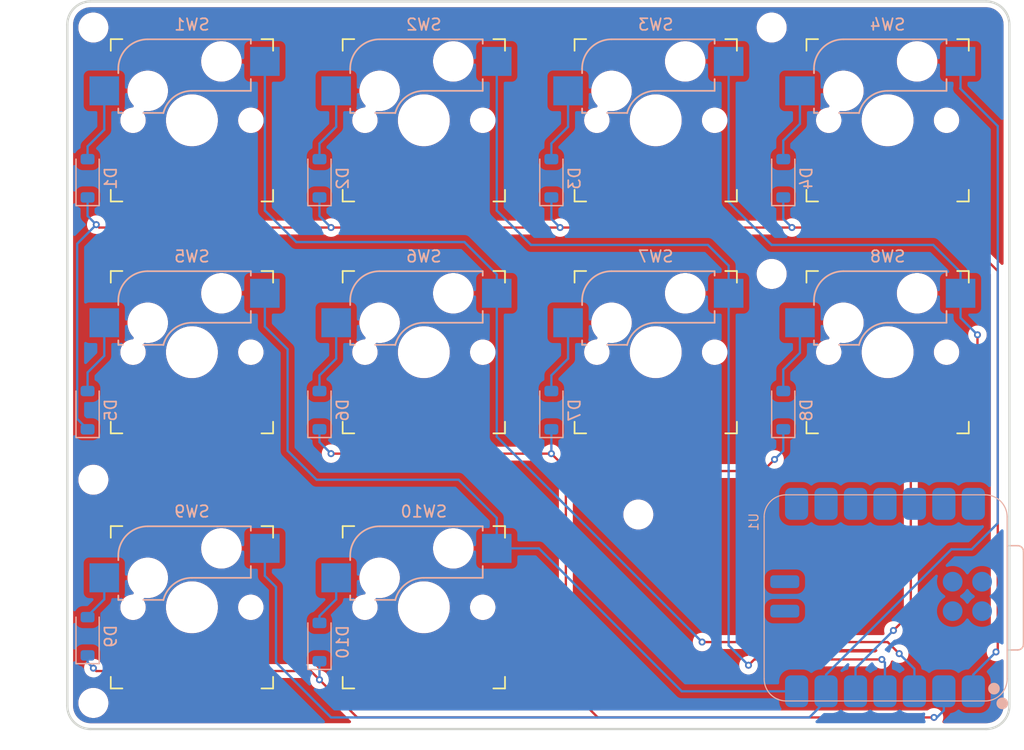
<source format=kicad_pcb>
(kicad_pcb (version 20241229) (generator "pcbnew") (generator_version "9.0")
  (layers (0 "F.Cu" signal) (2 "B.Cu" signal) (13 "F.Paste" user) (15 "B.Paste" user) (5 "F.SilkS" user "F.Silkscreen") (7 "B.SilkS" user "B.Silkscreen") (1 "F.Mask" user) (3 "B.Mask" user) (25 "Edge.Cuts" user))
  (net 0 "")
  (net 1 "Net-(D1-A)")
  (net 2 "ROW_1")
  (net 3 "Net-(D2-A)")
  (net 4 "Net-(D3-A)")
  (net 5 "Net-(D4-A)")
  (net 6 "Net-(D5-A)")
  (net 7 "COL_1")
  (net 8 "Net-(D6-A)")
  (net 9 "Net-(D7-A)")
  (net 10 "Net-(D8-A)")
  (net 11 "Net-(D9-A)")
  (net 12 "Net-(D10-A)")
  (net 20 "GND")
  (net 26 "ROW_2")
  (net 27 "COL_2")
  (net 28 "COL_3")
  (net 29 "COL_4")
  (net 30 "COL_5")
  (footprint "footprints:Kailh_socket_MX" (layer "F.Cu") (at 80 30)
    (property "Reference" "SW1" (at 0 -8.255 0) (layer "B.SilkS") (effects (justify mirror)))
    (property "Value" "SW_Push")
    (fp_line (start -7 -6) (end -7 -7) (stroke (width 0.15)) (layer "F.SilkS"))
    (fp_line (start -7 7) (end -7 6) (stroke (width 0.15)) (layer "F.SilkS"))
    (fp_line (start -7 7) (end -6 7) (stroke (width 0.15)) (layer "F.SilkS"))
    (fp_line (start -6 -7) (end -7 -7) (stroke (width 0.15)) (layer "F.SilkS"))
    (fp_line (start 6 7) (end 7 7) (stroke (width 0.15)) (layer "F.SilkS"))
    (fp_line (start 7 -7) (end 6 -7) (stroke (width 0.15)) (layer "F.SilkS"))
    (fp_line (start 7 -7) (end 7 -6) (stroke (width 0.15)) (layer "F.SilkS"))
    (fp_line (start 7 6) (end 7 7) (stroke (width 0.15)) (layer "F.SilkS"))
    (fp_line (start -6.35 -4.445) (end -6.35 -4.064) (stroke (width 0.15)) (layer "B.SilkS"))
    (fp_line (start -6.35 -1.016) (end -6.35 -0.635) (stroke (width 0.15)) (layer "B.SilkS"))
    (fp_line (start -5.969 -0.635) (end -6.35 -0.635) (stroke (width 0.15)) (layer "B.SilkS"))
    (fp_line (start -3.81 -6.985) (end 5.08 -6.985) (stroke (width 0.15)) (layer "B.SilkS"))
    (fp_line (start -2.464162 -0.635) (end -4.191 -0.635) (stroke (width 0.15)) (layer "B.SilkS"))
    (fp_line (start 5.08 -6.985) (end 5.08 -6.604) (stroke (width 0.15)) (layer "B.SilkS"))
    (fp_line (start 5.08 -3.556) (end 5.08 -2.54) (stroke (width 0.15)) (layer "B.SilkS"))
    (fp_line (start 5.08 -2.54) (end 0 -2.54) (stroke (width 0.15)) (layer "B.SilkS"))
    (fp_arc (start -6.35 -4.445) (mid -5.606051 -6.241051) (end -3.81 -6.985) (stroke (width 0.15)) (layer "B.SilkS"))
    (fp_arc (start -2.464162 -0.61604) (mid -1.563147 -2.002042) (end 0 -2.54) (stroke (width 0.15)) (layer "B.SilkS"))
    (pad "" np_thru_hole circle (at -5.08 0) (size 1.7018 1.7018) (drill 1.7018) (layers "*.Cu" "*.Mask"))
    (pad "" np_thru_hole circle (at -3.81 -2.54) (size 3 3) (drill 3) (layers "*.Cu" "*.Mask"))
    (pad "" np_thru_hole circle (at 0 0) (size 3.9878 3.9878) (drill 3.9878) (layers "*.Cu" "*.Mask"))
    (pad "" np_thru_hole circle (at 2.54 -5.08) (size 3 3) (drill 3) (layers "*.Cu" "*.Mask"))
    (pad "" np_thru_hole circle (at 5.08 0) (size 1.7018 1.7018) (drill 1.7018) (layers "*.Cu" "*.Mask"))
    (pad "1" smd rect (at 6.29 -5.08) (size 2.55 2.5) (layers "B.Cu" "B.Mask" "B.Paste") (net 7 "COL_1"))
    (pad "2" smd rect (at -7.56 -2.54) (size 2.55 2.5) (layers "B.Cu" "B.Mask" "B.Paste") (net 1 "Net-(D1-A)"))
  )
  (footprint "MountingHole:MountingHole_2.1mm" (layer "F.Cu") (at 71.5 22)
    (property "Reference" "REF**" (hide yes))
    (property "Value" "MountingHole_2.1mm")
    (pad "" np_thru_hole circle (at 0 0) (size 2.1 2.1) (drill 2.1) (layers "*.Cu" "*.Mask"))
  )
  (footprint "footprints:Kailh_socket_MX" (layer "F.Cu") (at 80 50)
    (property "Reference" "SW5" (at 0 -8.255 0) (layer "B.SilkS") (effects (justify mirror)))
    (property "Value" "SW_Push")
    (fp_line (start -7 -6) (end -7 -7) (stroke (width 0.15)) (layer "F.SilkS"))
    (fp_line (start -7 7) (end -7 6) (stroke (width 0.15)) (layer "F.SilkS"))
    (fp_line (start -7 7) (end -6 7) (stroke (width 0.15)) (layer "F.SilkS"))
    (fp_line (start -6 -7) (end -7 -7) (stroke (width 0.15)) (layer "F.SilkS"))
    (fp_line (start 6 7) (end 7 7) (stroke (width 0.15)) (layer "F.SilkS"))
    (fp_line (start 7 -7) (end 6 -7) (stroke (width 0.15)) (layer "F.SilkS"))
    (fp_line (start 7 -7) (end 7 -6) (stroke (width 0.15)) (layer "F.SilkS"))
    (fp_line (start 7 6) (end 7 7) (stroke (width 0.15)) (layer "F.SilkS"))
    (fp_line (start -6.35 -4.445) (end -6.35 -4.064) (stroke (width 0.15)) (layer "B.SilkS"))
    (fp_line (start -6.35 -1.016) (end -6.35 -0.635) (stroke (width 0.15)) (layer "B.SilkS"))
    (fp_line (start -5.969 -0.635) (end -6.35 -0.635) (stroke (width 0.15)) (layer "B.SilkS"))
    (fp_line (start -3.81 -6.985) (end 5.08 -6.985) (stroke (width 0.15)) (layer "B.SilkS"))
    (fp_line (start -2.464162 -0.635) (end -4.191 -0.635) (stroke (width 0.15)) (layer "B.SilkS"))
    (fp_line (start 5.08 -6.985) (end 5.08 -6.604) (stroke (width 0.15)) (layer "B.SilkS"))
    (fp_line (start 5.08 -3.556) (end 5.08 -2.54) (stroke (width 0.15)) (layer "B.SilkS"))
    (fp_line (start 5.08 -2.54) (end 0 -2.54) (stroke (width 0.15)) (layer "B.SilkS"))
    (fp_arc (start -6.35 -4.445) (mid -5.606051 -6.241051) (end -3.81 -6.985) (stroke (width 0.15)) (layer "B.SilkS"))
    (fp_arc (start -2.464162 -0.61604) (mid -1.563147 -2.002042) (end 0 -2.54) (stroke (width 0.15)) (layer "B.SilkS"))
    (pad "" np_thru_hole circle (at -5.08 0) (size 1.7018 1.7018) (drill 1.7018) (layers "*.Cu" "*.Mask"))
    (pad "" np_thru_hole circle (at -3.81 -2.54) (size 3 3) (drill 3) (layers "*.Cu" "*.Mask"))
    (pad "" np_thru_hole circle (at 0 0) (size 3.9878 3.9878) (drill 3.9878) (layers "*.Cu" "*.Mask"))
    (pad "" np_thru_hole circle (at 2.54 -5.08) (size 3 3) (drill 3) (layers "*.Cu" "*.Mask"))
    (pad "" np_thru_hole circle (at 5.08 0) (size 1.7018 1.7018) (drill 1.7018) (layers "*.Cu" "*.Mask"))
    (pad "1" smd rect (at 6.29 -5.08) (size 2.55 2.5) (layers "B.Cu" "B.Mask" "B.Paste") (net 30 "COL_5"))
    (pad "2" smd rect (at -7.56 -2.54) (size 2.55 2.5) (layers "B.Cu" "B.Mask" "B.Paste") (net 6 "Net-(D5-A)"))
  )
  (footprint "footprints:Kailh_socket_MX" (layer "F.Cu") (at 100 30)
    (property "Reference" "SW2" (at 0 -8.255 0) (layer "B.SilkS") (effects (justify mirror)))
    (property "Value" "SW_Push")
    (fp_line (start -7 -6) (end -7 -7) (stroke (width 0.15)) (layer "F.SilkS"))
    (fp_line (start -7 7) (end -7 6) (stroke (width 0.15)) (layer "F.SilkS"))
    (fp_line (start -7 7) (end -6 7) (stroke (width 0.15)) (layer "F.SilkS"))
    (fp_line (start -6 -7) (end -7 -7) (stroke (width 0.15)) (layer "F.SilkS"))
    (fp_line (start 6 7) (end 7 7) (stroke (width 0.15)) (layer "F.SilkS"))
    (fp_line (start 7 -7) (end 6 -7) (stroke (width 0.15)) (layer "F.SilkS"))
    (fp_line (start 7 -7) (end 7 -6) (stroke (width 0.15)) (layer "F.SilkS"))
    (fp_line (start 7 6) (end 7 7) (stroke (width 0.15)) (layer "F.SilkS"))
    (fp_line (start -6.35 -4.445) (end -6.35 -4.064) (stroke (width 0.15)) (layer "B.SilkS"))
    (fp_line (start -6.35 -1.016) (end -6.35 -0.635) (stroke (width 0.15)) (layer "B.SilkS"))
    (fp_line (start -5.969 -0.635) (end -6.35 -0.635) (stroke (width 0.15)) (layer "B.SilkS"))
    (fp_line (start -3.81 -6.985) (end 5.08 -6.985) (stroke (width 0.15)) (layer "B.SilkS"))
    (fp_line (start -2.464162 -0.635) (end -4.191 -0.635) (stroke (width 0.15)) (layer "B.SilkS"))
    (fp_line (start 5.08 -6.985) (end 5.08 -6.604) (stroke (width 0.15)) (layer "B.SilkS"))
    (fp_line (start 5.08 -3.556) (end 5.08 -2.54) (stroke (width 0.15)) (layer "B.SilkS"))
    (fp_line (start 5.08 -2.54) (end 0 -2.54) (stroke (width 0.15)) (layer "B.SilkS"))
    (fp_arc (start -6.35 -4.445) (mid -5.606051 -6.241051) (end -3.81 -6.985) (stroke (width 0.15)) (layer "B.SilkS"))
    (fp_arc (start -2.464162 -0.61604) (mid -1.563147 -2.002042) (end 0 -2.54) (stroke (width 0.15)) (layer "B.SilkS"))
    (pad "" np_thru_hole circle (at -5.08 0) (size 1.7018 1.7018) (drill 1.7018) (layers "*.Cu" "*.Mask"))
    (pad "" np_thru_hole circle (at -3.81 -2.54) (size 3 3) (drill 3) (layers "*.Cu" "*.Mask"))
    (pad "" np_thru_hole circle (at 0 0) (size 3.9878 3.9878) (drill 3.9878) (layers "*.Cu" "*.Mask"))
    (pad "" np_thru_hole circle (at 2.54 -5.08) (size 3 3) (drill 3) (layers "*.Cu" "*.Mask"))
    (pad "" np_thru_hole circle (at 5.08 0) (size 1.7018 1.7018) (drill 1.7018) (layers "*.Cu" "*.Mask"))
    (pad "1" smd rect (at 6.29 -5.08) (size 2.55 2.5) (layers "B.Cu" "B.Mask" "B.Paste") (net 27 "COL_2"))
    (pad "2" smd rect (at -7.56 -2.54) (size 2.55 2.5) (layers "B.Cu" "B.Mask" "B.Paste") (net 3 "Net-(D2-A)"))
  )
  (footprint "footprints:Kailh_socket_MX" (layer "F.Cu") (at 100 50)
    (property "Reference" "SW6" (at 0 -8.255 0) (layer "B.SilkS") (effects (justify mirror)))
    (property "Value" "SW_Push")
    (fp_line (start -7 -6) (end -7 -7) (stroke (width 0.15)) (layer "F.SilkS"))
    (fp_line (start -7 7) (end -7 6) (stroke (width 0.15)) (layer "F.SilkS"))
    (fp_line (start -7 7) (end -6 7) (stroke (width 0.15)) (layer "F.SilkS"))
    (fp_line (start -6 -7) (end -7 -7) (stroke (width 0.15)) (layer "F.SilkS"))
    (fp_line (start 6 7) (end 7 7) (stroke (width 0.15)) (layer "F.SilkS"))
    (fp_line (start 7 -7) (end 6 -7) (stroke (width 0.15)) (layer "F.SilkS"))
    (fp_line (start 7 -7) (end 7 -6) (stroke (width 0.15)) (layer "F.SilkS"))
    (fp_line (start 7 6) (end 7 7) (stroke (width 0.15)) (layer "F.SilkS"))
    (fp_line (start -6.35 -4.445) (end -6.35 -4.064) (stroke (width 0.15)) (layer "B.SilkS"))
    (fp_line (start -6.35 -1.016) (end -6.35 -0.635) (stroke (width 0.15)) (layer "B.SilkS"))
    (fp_line (start -5.969 -0.635) (end -6.35 -0.635) (stroke (width 0.15)) (layer "B.SilkS"))
    (fp_line (start -3.81 -6.985) (end 5.08 -6.985) (stroke (width 0.15)) (layer "B.SilkS"))
    (fp_line (start -2.464162 -0.635) (end -4.191 -0.635) (stroke (width 0.15)) (layer "B.SilkS"))
    (fp_line (start 5.08 -6.985) (end 5.08 -6.604) (stroke (width 0.15)) (layer "B.SilkS"))
    (fp_line (start 5.08 -3.556) (end 5.08 -2.54) (stroke (width 0.15)) (layer "B.SilkS"))
    (fp_line (start 5.08 -2.54) (end 0 -2.54) (stroke (width 0.15)) (layer "B.SilkS"))
    (fp_arc (start -6.35 -4.445) (mid -5.606051 -6.241051) (end -3.81 -6.985) (stroke (width 0.15)) (layer "B.SilkS"))
    (fp_arc (start -2.464162 -0.61604) (mid -1.563147 -2.002042) (end 0 -2.54) (stroke (width 0.15)) (layer "B.SilkS"))
    (pad "" np_thru_hole circle (at -5.08 0) (size 1.7018 1.7018) (drill 1.7018) (layers "*.Cu" "*.Mask"))
    (pad "" np_thru_hole circle (at -3.81 -2.54) (size 3 3) (drill 3) (layers "*.Cu" "*.Mask"))
    (pad "" np_thru_hole circle (at 0 0) (size 3.9878 3.9878) (drill 3.9878) (layers "*.Cu" "*.Mask"))
    (pad "" np_thru_hole circle (at 2.54 -5.08) (size 3 3) (drill 3) (layers "*.Cu" "*.Mask"))
    (pad "" np_thru_hole circle (at 5.08 0) (size 1.7018 1.7018) (drill 1.7018) (layers "*.Cu" "*.Mask"))
    (pad "1" smd rect (at 6.29 -5.08) (size 2.55 2.5) (layers "B.Cu" "B.Mask" "B.Paste") (net 7 "COL_1"))
    (pad "2" smd rect (at -7.56 -2.54) (size 2.55 2.5) (layers "B.Cu" "B.Mask" "B.Paste") (net 8 "Net-(D6-A)"))
  )
  (footprint "MountingHole:MountingHole_2.1mm" (layer "F.Cu") (at 130 43.25)
    (property "Reference" "REF**" (hide yes))
    (property "Value" "MountingHole_2.1mm")
    (pad "" np_thru_hole circle (at 0 0) (size 2.1 2.1) (drill 2.1) (layers "*.Cu" "*.Mask"))
  )
  (footprint "MountingHole:MountingHole_2.1mm" (layer "F.Cu") (at 71.5 61)
    (property "Reference" "REF**" (hide yes))
    (property "Value" "MountingHole_2.1mm")
    (pad "" np_thru_hole circle (at 0 0) (size 2.1 2.1) (drill 2.1) (layers "*.Cu" "*.Mask"))
  )
  (footprint "footprints:Kailh_socket_MX" (layer "F.Cu") (at 140 30)
    (property "Reference" "SW4" (at 0 -8.255 0) (layer "B.SilkS") (effects (justify mirror)))
    (property "Value" "SW_Push")
    (fp_line (start -7 -6) (end -7 -7) (stroke (width 0.15)) (layer "F.SilkS"))
    (fp_line (start -7 7) (end -7 6) (stroke (width 0.15)) (layer "F.SilkS"))
    (fp_line (start -7 7) (end -6 7) (stroke (width 0.15)) (layer "F.SilkS"))
    (fp_line (start -6 -7) (end -7 -7) (stroke (width 0.15)) (layer "F.SilkS"))
    (fp_line (start 6 7) (end 7 7) (stroke (width 0.15)) (layer "F.SilkS"))
    (fp_line (start 7 -7) (end 6 -7) (stroke (width 0.15)) (layer "F.SilkS"))
    (fp_line (start 7 -7) (end 7 -6) (stroke (width 0.15)) (layer "F.SilkS"))
    (fp_line (start 7 6) (end 7 7) (stroke (width 0.15)) (layer "F.SilkS"))
    (fp_line (start -6.35 -4.445) (end -6.35 -4.064) (stroke (width 0.15)) (layer "B.SilkS"))
    (fp_line (start -6.35 -1.016) (end -6.35 -0.635) (stroke (width 0.15)) (layer "B.SilkS"))
    (fp_line (start -5.969 -0.635) (end -6.35 -0.635) (stroke (width 0.15)) (layer "B.SilkS"))
    (fp_line (start -3.81 -6.985) (end 5.08 -6.985) (stroke (width 0.15)) (layer "B.SilkS"))
    (fp_line (start -2.464162 -0.635) (end -4.191 -0.635) (stroke (width 0.15)) (layer "B.SilkS"))
    (fp_line (start 5.08 -6.985) (end 5.08 -6.604) (stroke (width 0.15)) (layer "B.SilkS"))
    (fp_line (start 5.08 -3.556) (end 5.08 -2.54) (stroke (width 0.15)) (layer "B.SilkS"))
    (fp_line (start 5.08 -2.54) (end 0 -2.54) (stroke (width 0.15)) (layer "B.SilkS"))
    (fp_arc (start -6.35 -4.445) (mid -5.606051 -6.241051) (end -3.81 -6.985) (stroke (width 0.15)) (layer "B.SilkS"))
    (fp_arc (start -2.464162 -0.61604) (mid -1.563147 -2.002042) (end 0 -2.54) (stroke (width 0.15)) (layer "B.SilkS"))
    (pad "" np_thru_hole circle (at -5.08 0) (size 1.7018 1.7018) (drill 1.7018) (layers "*.Cu" "*.Mask"))
    (pad "" np_thru_hole circle (at -3.81 -2.54) (size 3 3) (drill 3) (layers "*.Cu" "*.Mask"))
    (pad "" np_thru_hole circle (at 0 0) (size 3.9878 3.9878) (drill 3.9878) (layers "*.Cu" "*.Mask"))
    (pad "" np_thru_hole circle (at 2.54 -5.08) (size 3 3) (drill 3) (layers "*.Cu" "*.Mask"))
    (pad "" np_thru_hole circle (at 5.08 0) (size 1.7018 1.7018) (drill 1.7018) (layers "*.Cu" "*.Mask"))
    (pad "1" smd rect (at 6.29 -5.08) (size 2.55 2.5) (layers "B.Cu" "B.Mask" "B.Paste") (net 29 "COL_4"))
    (pad "2" smd rect (at -7.56 -2.54) (size 2.55 2.5) (layers "B.Cu" "B.Mask" "B.Paste") (net 5 "Net-(D4-A)"))
  )
  (footprint "footprints:Kailh_socket_MX" (layer "F.Cu") (at 120 30)
    (property "Reference" "SW3" (at 0 -8.255 0) (layer "B.SilkS") (effects (justify mirror)))
    (property "Value" "SW_Push")
    (fp_line (start -7 -6) (end -7 -7) (stroke (width 0.15)) (layer "F.SilkS"))
    (fp_line (start -7 7) (end -7 6) (stroke (width 0.15)) (layer "F.SilkS"))
    (fp_line (start -7 7) (end -6 7) (stroke (width 0.15)) (layer "F.SilkS"))
    (fp_line (start -6 -7) (end -7 -7) (stroke (width 0.15)) (layer "F.SilkS"))
    (fp_line (start 6 7) (end 7 7) (stroke (width 0.15)) (layer "F.SilkS"))
    (fp_line (start 7 -7) (end 6 -7) (stroke (width 0.15)) (layer "F.SilkS"))
    (fp_line (start 7 -7) (end 7 -6) (stroke (width 0.15)) (layer "F.SilkS"))
    (fp_line (start 7 6) (end 7 7) (stroke (width 0.15)) (layer "F.SilkS"))
    (fp_line (start -6.35 -4.445) (end -6.35 -4.064) (stroke (width 0.15)) (layer "B.SilkS"))
    (fp_line (start -6.35 -1.016) (end -6.35 -0.635) (stroke (width 0.15)) (layer "B.SilkS"))
    (fp_line (start -5.969 -0.635) (end -6.35 -0.635) (stroke (width 0.15)) (layer "B.SilkS"))
    (fp_line (start -3.81 -6.985) (end 5.08 -6.985) (stroke (width 0.15)) (layer "B.SilkS"))
    (fp_line (start -2.464162 -0.635) (end -4.191 -0.635) (stroke (width 0.15)) (layer "B.SilkS"))
    (fp_line (start 5.08 -6.985) (end 5.08 -6.604) (stroke (width 0.15)) (layer "B.SilkS"))
    (fp_line (start 5.08 -3.556) (end 5.08 -2.54) (stroke (width 0.15)) (layer "B.SilkS"))
    (fp_line (start 5.08 -2.54) (end 0 -2.54) (stroke (width 0.15)) (layer "B.SilkS"))
    (fp_arc (start -6.35 -4.445) (mid -5.606051 -6.241051) (end -3.81 -6.985) (stroke (width 0.15)) (layer "B.SilkS"))
    (fp_arc (start -2.464162 -0.61604) (mid -1.563147 -2.002042) (end 0 -2.54) (stroke (width 0.15)) (layer "B.SilkS"))
    (pad "" np_thru_hole circle (at -5.08 0) (size 1.7018 1.7018) (drill 1.7018) (layers "*.Cu" "*.Mask"))
    (pad "" np_thru_hole circle (at -3.81 -2.54) (size 3 3) (drill 3) (layers "*.Cu" "*.Mask"))
    (pad "" np_thru_hole circle (at 0 0) (size 3.9878 3.9878) (drill 3.9878) (layers "*.Cu" "*.Mask"))
    (pad "" np_thru_hole circle (at 2.54 -5.08) (size 3 3) (drill 3) (layers "*.Cu" "*.Mask"))
    (pad "" np_thru_hole circle (at 5.08 0) (size 1.7018 1.7018) (drill 1.7018) (layers "*.Cu" "*.Mask"))
    (pad "1" smd rect (at 6.29 -5.08) (size 2.55 2.5) (layers "B.Cu" "B.Mask" "B.Paste") (net 28 "COL_3"))
    (pad "2" smd rect (at -7.56 -2.54) (size 2.55 2.5) (layers "B.Cu" "B.Mask" "B.Paste") (net 4 "Net-(D3-A)"))
  )
  (footprint "footprints:Kailh_socket_MX" (layer "F.Cu") (at 80 72)
    (property "Reference" "SW9" (at 0 -8.255 0) (layer "B.SilkS") (effects (justify mirror)))
    (property "Value" "SW_Push")
    (fp_line (start -7 -6) (end -7 -7) (stroke (width 0.15)) (layer "F.SilkS"))
    (fp_line (start -7 7) (end -7 6) (stroke (width 0.15)) (layer "F.SilkS"))
    (fp_line (start -7 7) (end -6 7) (stroke (width 0.15)) (layer "F.SilkS"))
    (fp_line (start -6 -7) (end -7 -7) (stroke (width 0.15)) (layer "F.SilkS"))
    (fp_line (start 6 7) (end 7 7) (stroke (width 0.15)) (layer "F.SilkS"))
    (fp_line (start 7 -7) (end 6 -7) (stroke (width 0.15)) (layer "F.SilkS"))
    (fp_line (start 7 -7) (end 7 -6) (stroke (width 0.15)) (layer "F.SilkS"))
    (fp_line (start 7 6) (end 7 7) (stroke (width 0.15)) (layer "F.SilkS"))
    (fp_line (start -6.35 -4.445) (end -6.35 -4.064) (stroke (width 0.15)) (layer "B.SilkS"))
    (fp_line (start -6.35 -1.016) (end -6.35 -0.635) (stroke (width 0.15)) (layer "B.SilkS"))
    (fp_line (start -5.969 -0.635) (end -6.35 -0.635) (stroke (width 0.15)) (layer "B.SilkS"))
    (fp_line (start -3.81 -6.985) (end 5.08 -6.985) (stroke (width 0.15)) (layer "B.SilkS"))
    (fp_line (start -2.464162 -0.635) (end -4.191 -0.635) (stroke (width 0.15)) (layer "B.SilkS"))
    (fp_line (start 5.08 -6.985) (end 5.08 -6.604) (stroke (width 0.15)) (layer "B.SilkS"))
    (fp_line (start 5.08 -3.556) (end 5.08 -2.54) (stroke (width 0.15)) (layer "B.SilkS"))
    (fp_line (start 5.08 -2.54) (end 0 -2.54) (stroke (width 0.15)) (layer "B.SilkS"))
    (fp_arc (start -6.35 -4.445) (mid -5.606051 -6.241051) (end -3.81 -6.985) (stroke (width 0.15)) (layer "B.SilkS"))
    (fp_arc (start -2.464162 -0.61604) (mid -1.563147 -2.002042) (end 0 -2.54) (stroke (width 0.15)) (layer "B.SilkS"))
    (pad "" np_thru_hole circle (at -5.08 0) (size 1.7018 1.7018) (drill 1.7018) (layers "*.Cu" "*.Mask"))
    (pad "" np_thru_hole circle (at -3.81 -2.54) (size 3 3) (drill 3) (layers "*.Cu" "*.Mask"))
    (pad "" np_thru_hole circle (at 0 0) (size 3.9878 3.9878) (drill 3.9878) (layers "*.Cu" "*.Mask"))
    (pad "" np_thru_hole circle (at 2.54 -5.08) (size 3 3) (drill 3) (layers "*.Cu" "*.Mask"))
    (pad "" np_thru_hole circle (at 5.08 0) (size 1.7018 1.7018) (drill 1.7018) (layers "*.Cu" "*.Mask"))
    (pad "1" smd rect (at 6.29 -5.08) (size 2.55 2.5) (layers "B.Cu" "B.Mask" "B.Paste") (net 29 "COL_4"))
    (pad "2" smd rect (at -7.56 -2.54) (size 2.55 2.5) (layers "B.Cu" "B.Mask" "B.Paste") (net 11 "Net-(D9-A)"))
  )
  (footprint "MountingHole:MountingHole_2.1mm" (layer "F.Cu") (at 118.5 64)
    (property "Reference" "REF**" (hide yes))
    (property "Value" "MountingHole_2.1mm")
    (pad "" np_thru_hole circle (at 0 0) (size 2.1 2.1) (drill 2.1) (layers "*.Cu" "*.Mask"))
  )
  (footprint "MountingHole:MountingHole_2.1mm" (layer "F.Cu") (at 130 22)
    (property "Reference" "REF**" (hide yes))
    (property "Value" "MountingHole_2.1mm")
    (pad "" np_thru_hole circle (at 0 0) (size 2.1 2.1) (drill 2.1) (layers "*.Cu" "*.Mask"))
  )
  (footprint "MountingHole:MountingHole_2.1mm" (layer "F.Cu") (at 71.5 80.25)
    (property "Reference" "REF**" (hide yes))
    (property "Value" "MountingHole_2.1mm")
    (pad "" np_thru_hole circle (at 0 0) (size 2.1 2.1) (drill 2.1) (layers "*.Cu" "*.Mask"))
  )
  (footprint "footprints:Kailh_socket_MX" (layer "F.Cu") (at 140 50)
    (property "Reference" "SW8" (at 0 -8.255 0) (layer "B.SilkS") (effects (justify mirror)))
    (property "Value" "SW_Push")
    (fp_line (start -7 -6) (end -7 -7) (stroke (width 0.15)) (layer "F.SilkS"))
    (fp_line (start -7 7) (end -7 6) (stroke (width 0.15)) (layer "F.SilkS"))
    (fp_line (start -7 7) (end -6 7) (stroke (width 0.15)) (layer "F.SilkS"))
    (fp_line (start -6 -7) (end -7 -7) (stroke (width 0.15)) (layer "F.SilkS"))
    (fp_line (start 6 7) (end 7 7) (stroke (width 0.15)) (layer "F.SilkS"))
    (fp_line (start 7 -7) (end 6 -7) (stroke (width 0.15)) (layer "F.SilkS"))
    (fp_line (start 7 -7) (end 7 -6) (stroke (width 0.15)) (layer "F.SilkS"))
    (fp_line (start 7 6) (end 7 7) (stroke (width 0.15)) (layer "F.SilkS"))
    (fp_line (start -6.35 -4.445) (end -6.35 -4.064) (stroke (width 0.15)) (layer "B.SilkS"))
    (fp_line (start -6.35 -1.016) (end -6.35 -0.635) (stroke (width 0.15)) (layer "B.SilkS"))
    (fp_line (start -5.969 -0.635) (end -6.35 -0.635) (stroke (width 0.15)) (layer "B.SilkS"))
    (fp_line (start -3.81 -6.985) (end 5.08 -6.985) (stroke (width 0.15)) (layer "B.SilkS"))
    (fp_line (start -2.464162 -0.635) (end -4.191 -0.635) (stroke (width 0.15)) (layer "B.SilkS"))
    (fp_line (start 5.08 -6.985) (end 5.08 -6.604) (stroke (width 0.15)) (layer "B.SilkS"))
    (fp_line (start 5.08 -3.556) (end 5.08 -2.54) (stroke (width 0.15)) (layer "B.SilkS"))
    (fp_line (start 5.08 -2.54) (end 0 -2.54) (stroke (width 0.15)) (layer "B.SilkS"))
    (fp_arc (start -6.35 -4.445) (mid -5.606051 -6.241051) (end -3.81 -6.985) (stroke (width 0.15)) (layer "B.SilkS"))
    (fp_arc (start -2.464162 -0.61604) (mid -1.563147 -2.002042) (end 0 -2.54) (stroke (width 0.15)) (layer "B.SilkS"))
    (pad "" np_thru_hole circle (at -5.08 0) (size 1.7018 1.7018) (drill 1.7018) (layers "*.Cu" "*.Mask"))
    (pad "" np_thru_hole circle (at -3.81 -2.54) (size 3 3) (drill 3) (layers "*.Cu" "*.Mask"))
    (pad "" np_thru_hole circle (at 0 0) (size 3.9878 3.9878) (drill 3.9878) (layers "*.Cu" "*.Mask"))
    (pad "" np_thru_hole circle (at 2.54 -5.08) (size 3 3) (drill 3) (layers "*.Cu" "*.Mask"))
    (pad "" np_thru_hole circle (at 5.08 0) (size 1.7018 1.7018) (drill 1.7018) (layers "*.Cu" "*.Mask"))
    (pad "1" smd rect (at 6.29 -5.08) (size 2.55 2.5) (layers "B.Cu" "B.Mask" "B.Paste") (net 28 "COL_3"))
    (pad "2" smd rect (at -7.56 -2.54) (size 2.55 2.5) (layers "B.Cu" "B.Mask" "B.Paste") (net 10 "Net-(D8-A)"))
  )
  (footprint "footprints:Kailh_socket_MX" (layer "F.Cu") (at 120 50)
    (property "Reference" "SW7" (at 0 -8.255 0) (layer "B.SilkS") (effects (justify mirror)))
    (property "Value" "SW_Push")
    (fp_line (start -7 -6) (end -7 -7) (stroke (width 0.15)) (layer "F.SilkS"))
    (fp_line (start -7 7) (end -7 6) (stroke (width 0.15)) (layer "F.SilkS"))
    (fp_line (start -7 7) (end -6 7) (stroke (width 0.15)) (layer "F.SilkS"))
    (fp_line (start -6 -7) (end -7 -7) (stroke (width 0.15)) (layer "F.SilkS"))
    (fp_line (start 6 7) (end 7 7) (stroke (width 0.15)) (layer "F.SilkS"))
    (fp_line (start 7 -7) (end 6 -7) (stroke (width 0.15)) (layer "F.SilkS"))
    (fp_line (start 7 -7) (end 7 -6) (stroke (width 0.15)) (layer "F.SilkS"))
    (fp_line (start 7 6) (end 7 7) (stroke (width 0.15)) (layer "F.SilkS"))
    (fp_line (start -6.35 -4.445) (end -6.35 -4.064) (stroke (width 0.15)) (layer "B.SilkS"))
    (fp_line (start -6.35 -1.016) (end -6.35 -0.635) (stroke (width 0.15)) (layer "B.SilkS"))
    (fp_line (start -5.969 -0.635) (end -6.35 -0.635) (stroke (width 0.15)) (layer "B.SilkS"))
    (fp_line (start -3.81 -6.985) (end 5.08 -6.985) (stroke (width 0.15)) (layer "B.SilkS"))
    (fp_line (start -2.464162 -0.635) (end -4.191 -0.635) (stroke (width 0.15)) (layer "B.SilkS"))
    (fp_line (start 5.08 -6.985) (end 5.08 -6.604) (stroke (width 0.15)) (layer "B.SilkS"))
    (fp_line (start 5.08 -3.556) (end 5.08 -2.54) (stroke (width 0.15)) (layer "B.SilkS"))
    (fp_line (start 5.08 -2.54) (end 0 -2.54) (stroke (width 0.15)) (layer "B.SilkS"))
    (fp_arc (start -6.35 -4.445) (mid -5.606051 -6.241051) (end -3.81 -6.985) (stroke (width 0.15)) (layer "B.SilkS"))
    (fp_arc (start -2.464162 -0.61604) (mid -1.563147 -2.002042) (end 0 -2.54) (stroke (width 0.15)) (layer "B.SilkS"))
    (pad "" np_thru_hole circle (at -5.08 0) (size 1.7018 1.7018) (drill 1.7018) (layers "*.Cu" "*.Mask"))
    (pad "" np_thru_hole circle (at -3.81 -2.54) (size 3 3) (drill 3) (layers "*.Cu" "*.Mask"))
    (pad "" np_thru_hole circle (at 0 0) (size 3.9878 3.9878) (drill 3.9878) (layers "*.Cu" "*.Mask"))
    (pad "" np_thru_hole circle (at 2.54 -5.08) (size 3 3) (drill 3) (layers "*.Cu" "*.Mask"))
    (pad "" np_thru_hole circle (at 5.08 0) (size 1.7018 1.7018) (drill 1.7018) (layers "*.Cu" "*.Mask"))
    (pad "1" smd rect (at 6.29 -5.08) (size 2.55 2.5) (layers "B.Cu" "B.Mask" "B.Paste") (net 27 "COL_2"))
    (pad "2" smd rect (at -7.56 -2.54) (size 2.55 2.5) (layers "B.Cu" "B.Mask" "B.Paste") (net 9 "Net-(D7-A)"))
  )
  (footprint "footprints:Kailh_socket_MX" (layer "F.Cu") (at 100 72)
    (property "Reference" "SW10" (at 0 -8.255 0) (layer "B.SilkS") (effects (justify mirror)))
    (property "Value" "SW_Push")
    (fp_line (start -7 -6) (end -7 -7) (stroke (width 0.15)) (layer "F.SilkS"))
    (fp_line (start -7 7) (end -7 6) (stroke (width 0.15)) (layer "F.SilkS"))
    (fp_line (start -7 7) (end -6 7) (stroke (width 0.15)) (layer "F.SilkS"))
    (fp_line (start -6 -7) (end -7 -7) (stroke (width 0.15)) (layer "F.SilkS"))
    (fp_line (start 6 7) (end 7 7) (stroke (width 0.15)) (layer "F.SilkS"))
    (fp_line (start 7 -7) (end 6 -7) (stroke (width 0.15)) (layer "F.SilkS"))
    (fp_line (start 7 -7) (end 7 -6) (stroke (width 0.15)) (layer "F.SilkS"))
    (fp_line (start 7 6) (end 7 7) (stroke (width 0.15)) (layer "F.SilkS"))
    (fp_line (start -6.35 -4.445) (end -6.35 -4.064) (stroke (width 0.15)) (layer "B.SilkS"))
    (fp_line (start -6.35 -1.016) (end -6.35 -0.635) (stroke (width 0.15)) (layer "B.SilkS"))
    (fp_line (start -5.969 -0.635) (end -6.35 -0.635) (stroke (width 0.15)) (layer "B.SilkS"))
    (fp_line (start -3.81 -6.985) (end 5.08 -6.985) (stroke (width 0.15)) (layer "B.SilkS"))
    (fp_line (start -2.464162 -0.635) (end -4.191 -0.635) (stroke (width 0.15)) (layer "B.SilkS"))
    (fp_line (start 5.08 -6.985) (end 5.08 -6.604) (stroke (width 0.15)) (layer "B.SilkS"))
    (fp_line (start 5.08 -3.556) (end 5.08 -2.54) (stroke (width 0.15)) (layer "B.SilkS"))
    (fp_line (start 5.08 -2.54) (end 0 -2.54) (stroke (width 0.15)) (layer "B.SilkS"))
    (fp_arc (start -6.35 -4.445) (mid -5.606051 -6.241051) (end -3.81 -6.985) (stroke (width 0.15)) (layer "B.SilkS"))
    (fp_arc (start -2.464162 -0.61604) (mid -1.563147 -2.002042) (end 0 -2.54) (stroke (width 0.15)) (layer "B.SilkS"))
    (pad "" np_thru_hole circle (at -5.08 0) (size 1.7018 1.7018) (drill 1.7018) (layers "*.Cu" "*.Mask"))
    (pad "" np_thru_hole circle (at -3.81 -2.54) (size 3 3) (drill 3) (layers "*.Cu" "*.Mask"))
    (pad "" np_thru_hole circle (at 0 0) (size 3.9878 3.9878) (drill 3.9878) (layers "*.Cu" "*.Mask"))
    (pad "" np_thru_hole circle (at 2.54 -5.08) (size 3 3) (drill 3) (layers "*.Cu" "*.Mask"))
    (pad "" np_thru_hole circle (at 5.08 0) (size 1.7018 1.7018) (drill 1.7018) (layers "*.Cu" "*.Mask"))
    (pad "1" smd rect (at 6.29 -5.08) (size 2.55 2.5) (layers "B.Cu" "B.Mask" "B.Paste") (net 30 "COL_5"))
    (pad "2" smd rect (at -7.56 -2.54) (size 2.55 2.5) (layers "B.Cu" "B.Mask" "B.Paste") (net 12 "Net-(D10-A)"))
  )
  (footprint "Diode_SMD:D_SOD-123" (layer "B.Cu") (at 111 35 90)
    (property "Reference" "D3" (at 0 2 90) (layer "B.SilkS") (effects (justify mirror)))
    (property "Value" "1N4148W")
    (fp_line (start -2.36 -1) (end 1.65 -1) (stroke (width 0.12)) (layer "B.SilkS"))
    (fp_line (start -2.36 1) (end -2.36 -1) (stroke (width 0.12)) (layer "B.SilkS"))
    (fp_line (start -2.36 1) (end 1.65 1) (stroke (width 0.12)) (layer "B.SilkS"))
    (pad "1" smd roundrect (at -1.65 0 90) (size 0.9 1.2) (layers "B.Cu" "B.Mask" "B.Paste") (net 2 "ROW_1"))
    (pad "2" smd roundrect (at 1.65 0 90) (size 0.9 1.2) (layers "B.Cu" "B.Mask" "B.Paste") (net 4 "Net-(D3-A)"))
  )
  (footprint "Diode_SMD:D_SOD-123" (layer "B.Cu") (at 91 35 90)
    (property "Reference" "D2" (at 0 2 90) (layer "B.SilkS") (effects (justify mirror)))
    (property "Value" "1N4148W")
    (fp_line (start -2.36 -1) (end 1.65 -1) (stroke (width 0.12)) (layer "B.SilkS"))
    (fp_line (start -2.36 1) (end -2.36 -1) (stroke (width 0.12)) (layer "B.SilkS"))
    (fp_line (start -2.36 1) (end 1.65 1) (stroke (width 0.12)) (layer "B.SilkS"))
    (pad "1" smd roundrect (at -1.65 0 90) (size 0.9 1.2) (layers "B.Cu" "B.Mask" "B.Paste") (net 2 "ROW_1"))
    (pad "2" smd roundrect (at 1.65 0 90) (size 0.9 1.2) (layers "B.Cu" "B.Mask" "B.Paste") (net 3 "Net-(D2-A)"))
  )
  (footprint "Diode_SMD:D_SOD-123" (layer "B.Cu") (at 71 74.5 90)
    (property "Reference" "D9" (at 0 2 90) (layer "B.SilkS") (effects (justify mirror)))
    (property "Value" "1N4148W")
    (fp_line (start -2.36 -1) (end 1.65 -1) (stroke (width 0.12)) (layer "B.SilkS"))
    (fp_line (start -2.36 1) (end -2.36 -1) (stroke (width 0.12)) (layer "B.SilkS"))
    (fp_line (start -2.36 1) (end 1.65 1) (stroke (width 0.12)) (layer "B.SilkS"))
    (pad "1" smd roundrect (at -1.65 0 90) (size 0.9 1.2) (layers "B.Cu" "B.Mask" "B.Paste") (net 26 "ROW_2"))
    (pad "2" smd roundrect (at 1.65 0 90) (size 0.9 1.2) (layers "B.Cu" "B.Mask" "B.Paste") (net 11 "Net-(D9-A)"))
  )
  (footprint "Diode_SMD:D_SOD-123" (layer "B.Cu") (at 111 55 90)
    (property "Reference" "D7" (at 0 2 90) (layer "B.SilkS") (effects (justify mirror)))
    (property "Value" "1N4148W")
    (fp_line (start -2.36 -1) (end 1.65 -1) (stroke (width 0.12)) (layer "B.SilkS"))
    (fp_line (start -2.36 1) (end -2.36 -1) (stroke (width 0.12)) (layer "B.SilkS"))
    (fp_line (start -2.36 1) (end 1.65 1) (stroke (width 0.12)) (layer "B.SilkS"))
    (pad "1" smd roundrect (at -1.65 0 90) (size 0.9 1.2) (layers "B.Cu" "B.Mask" "B.Paste") (net 26 "ROW_2"))
    (pad "2" smd roundrect (at 1.65 0 90) (size 0.9 1.2) (layers "B.Cu" "B.Mask" "B.Paste") (net 9 "Net-(D7-A)"))
  )
  (footprint "Diode_SMD:D_SOD-123" (layer "B.Cu") (at 91 75 90)
    (property "Reference" "D10" (at 0 2 90) (layer "B.SilkS") (effects (justify mirror)))
    (property "Value" "1N4148W")
    (fp_line (start -2.36 -1) (end 1.65 -1) (stroke (width 0.12)) (layer "B.SilkS"))
    (fp_line (start -2.36 1) (end -2.36 -1) (stroke (width 0.12)) (layer "B.SilkS"))
    (fp_line (start -2.36 1) (end 1.65 1) (stroke (width 0.12)) (layer "B.SilkS"))
    (pad "1" smd roundrect (at -1.65 0 90) (size 0.9 1.2) (layers "B.Cu" "B.Mask" "B.Paste") (net 26 "ROW_2"))
    (pad "2" smd roundrect (at 1.65 0 90) (size 0.9 1.2) (layers "B.Cu" "B.Mask" "B.Paste") (net 12 "Net-(D10-A)"))
  )
  (footprint "footprints:XIAO_rp2040_SMD" (layer "B.Cu") (at 139.76975 71.2455 90)
    (property "Reference" "U1" (at 5.7455 -11.76975 90) (layer "B.SilkS") (effects (font (size 0.78232 0.78232) (thickness 0.10668)) (justify right top mirror)))
    (property "Value" "XIAO-RP2040-SMD")
    (fp_line (start -6.93 -10.418) (end 7.04 -10.418) (stroke (width 0.1)) (layer "B.SilkS"))
    (fp_line (start 8.945 -8.513) (end 8.945 8.632) (stroke (width 0.1)) (layer "B.SilkS"))
    (fp_line (start -8.835 -8.513) (end -8.835 8.632) (stroke (width 0.1)) (layer "B.SilkS"))
    (fp_line (start 7.04 10.537) (end -6.93 10.537) (stroke (width 0.1)) (layer "B.SilkS"))
    (fp_line (start -4.44 10.537) (end -4.436272 11.447272) (stroke (width 0.127)) (layer "B.SilkS"))
    (fp_line (start 4.559 11.447) (end 4.559 10.537) (stroke (width 0.127)) (layer "B.SilkS"))
    (fp_line (start -3.936272 11.947) (end 4.059 11.947) (stroke (width 0.127)) (layer "B.SilkS"))
    (fp_arc (start 7.04 -10.418) (mid 8.387038 -9.860038) (end 8.945 -8.513) (stroke (width 0.1)) (layer "B.SilkS"))
    (fp_arc (start -8.835 -8.513) (mid -8.277038 -9.860038) (end -6.93 -10.418) (stroke (width 0.1)) (layer "B.SilkS"))
    (fp_arc (start 8.945 8.632) (mid 8.387038 9.979038) (end 7.04 10.537) (stroke (width 0.1)) (layer "B.SilkS"))
    (fp_arc (start -6.93 10.541) (mid -8.277038 9.983038) (end -8.835 8.636) (stroke (width 0.1)) (layer "B.SilkS"))
    (fp_arc (start 4.559 11.447) (mid 4.412553 11.800553) (end 4.059 11.947) (stroke (width 0.127)) (layer "B.SilkS"))
    (fp_arc (start -3.936272 11.947) (mid -4.289724 11.800644) (end -4.436272 11.447272) (stroke (width 0.127)) (layer "B.SilkS"))
    (fp_circle (center -7.771 9.404) (end -7.771 9.658) (stroke (width 0.5)) (fill yes) (layer "B.SilkS"))
    (fp_circle (center -9.045 10.121) (end -9.045 10.375) (stroke (width 0.5)) (fill yes) (layer "B.SilkS"))
    (pad "1" smd roundrect (at -8 7.62 90) (size 2.75 2) (layers "B.Cu" "B.Mask" "B.Paste") (net 2 "ROW_1"))
    (pad "2" smd roundrect (at -8 5.08 90) (size 2.75 2) (layers "B.Cu" "B.Mask" "B.Paste") (net 26 "ROW_2"))
    (pad "3" smd roundrect (at -8 2.54 90) (size 2.75 2) (layers "B.Cu" "B.Mask" "B.Paste") (net 7 "COL_1"))
    (pad "4" smd roundrect (at -8 0 90) (size 2.75 2) (layers "B.Cu" "B.Mask" "B.Paste") (net 27 "COL_2"))
    (pad "5" smd roundrect (at -8 -2.54 90) (size 2.75 2) (layers "B.Cu" "B.Mask" "B.Paste") (net 28 "COL_3"))
    (pad "6" smd roundrect (at -8 -5.08 90) (size 2.75 2) (layers "B.Cu" "B.Mask" "B.Paste") (net 29 "COL_4"))
    (pad "7" smd roundrect (at -8 -7.62 90) (size 2.75 2) (layers "B.Cu" "B.Mask" "B.Paste") (net 30 "COL_5"))
    (pad "8" smd roundrect (at 8.165 -7.62 90) (size 2.75 2) (layers "B.Cu" "B.Mask" "B.Paste"))
    (pad "9" smd roundrect (at 8.165 -5.08 90) (size 2.75 2) (layers "B.Cu" "B.Mask" "B.Paste"))
    (pad "10" smd roundrect (at 8.165 -2.54 90) (size 2.75 2) (layers "B.Cu" "B.Mask" "B.Paste"))
    (pad "11" smd roundrect (at 8.165 0 90) (size 2.75 2) (layers "B.Cu" "B.Mask" "B.Paste"))
    (pad "12" smd roundrect (at 8.165 2.54 90) (size 2.75 2) (layers "B.Cu" "B.Mask" "B.Paste"))
    (pad "13" smd roundrect (at 8.165 5.08 90) (size 2.75 2) (layers "B.Cu" "B.Mask" "B.Paste") (net 20 "GND"))
    (pad "14" smd roundrect (at 8.165 7.62 90) (size 2.75 2) (layers "B.Cu" "B.Mask" "B.Paste"))
    (pad "15" smd roundrect (at -1.088 -8.64 180) (size 2.5 1.1) (layers "B.Cu" "B.Mask" "B.Paste"))
    (pad "16" smd roundrect (at 1.452 -8.64 180) (size 2.5 1.1) (layers "B.Cu" "B.Mask" "B.Paste"))
    (pad "17" smd circle (at -1.088 8.378 90) (size 1.7 1.7) (layers "B.Cu" "B.Mask" "B.Paste"))
    (pad "18" smd circle (at 1.452 8.378 90) (size 1.7 1.7) (layers "B.Cu" "B.Mask" "B.Paste"))
    (pad "19" smd circle (at -1.088 5.838 90) (size 1.7 1.7) (layers "B.Cu" "B.Mask" "B.Paste"))
    (pad "20" smd circle (at 1.452 5.838 90) (size 1.7 1.7) (layers "B.Cu" "B.Mask" "B.Paste"))
  )
  (footprint "Diode_SMD:D_SOD-123" (layer "B.Cu") (at 71 55 90)
    (property "Reference" "D5" (at 0 2 90) (layer "B.SilkS") (effects (justify mirror)))
    (property "Value" "1N4148W")
    (fp_line (start -2.36 -1) (end 1.65 -1) (stroke (width 0.12)) (layer "B.SilkS"))
    (fp_line (start -2.36 1) (end -2.36 -1) (stroke (width 0.12)) (layer "B.SilkS"))
    (fp_line (start -2.36 1) (end 1.65 1) (stroke (width 0.12)) (layer "B.SilkS"))
    (pad "1" smd roundrect (at -1.65 0 90) (size 0.9 1.2) (layers "B.Cu" "B.Mask" "B.Paste") (net 2 "ROW_1"))
    (pad "2" smd roundrect (at 1.65 0 90) (size 0.9 1.2) (layers "B.Cu" "B.Mask" "B.Paste") (net 6 "Net-(D5-A)"))
  )
  (footprint "Diode_SMD:D_SOD-123" (layer "B.Cu") (at 131 35 90)
    (property "Reference" "D4" (at 0 2 90) (layer "B.SilkS") (effects (justify mirror)))
    (property "Value" "1N4148W")
    (fp_line (start -2.36 -1) (end 1.65 -1) (stroke (width 0.12)) (layer "B.SilkS"))
    (fp_line (start -2.36 1) (end -2.36 -1) (stroke (width 0.12)) (layer "B.SilkS"))
    (fp_line (start -2.36 1) (end 1.65 1) (stroke (width 0.12)) (layer "B.SilkS"))
    (pad "1" smd roundrect (at -1.65 0 90) (size 0.9 1.2) (layers "B.Cu" "B.Mask" "B.Paste") (net 2 "ROW_1"))
    (pad "2" smd roundrect (at 1.65 0 90) (size 0.9 1.2) (layers "B.Cu" "B.Mask" "B.Paste") (net 5 "Net-(D4-A)"))
  )
  (footprint "Diode_SMD:D_SOD-123" (layer "B.Cu") (at 91 55 90)
    (property "Reference" "D6" (at 0 2 90) (layer "B.SilkS") (effects (justify mirror)))
    (property "Value" "1N4148W")
    (fp_line (start -2.36 -1) (end 1.65 -1) (stroke (width 0.12)) (layer "B.SilkS"))
    (fp_line (start -2.36 1) (end -2.36 -1) (stroke (width 0.12)) (layer "B.SilkS"))
    (fp_line (start -2.36 1) (end 1.65 1) (stroke (width 0.12)) (layer "B.SilkS"))
    (pad "1" smd roundrect (at -1.65 0 90) (size 0.9 1.2) (layers "B.Cu" "B.Mask" "B.Paste") (net 26 "ROW_2"))
    (pad "2" smd roundrect (at 1.65 0 90) (size 0.9 1.2) (layers "B.Cu" "B.Mask" "B.Paste") (net 8 "Net-(D6-A)"))
  )
  (footprint "Diode_SMD:D_SOD-123" (layer "B.Cu") (at 71 35 90)
    (property "Reference" "D1" (at 0 2 90) (layer "B.SilkS") (effects (justify mirror)))
    (property "Value" "1N4148W")
    (fp_line (start -2.36 -1) (end 1.65 -1) (stroke (width 0.12)) (layer "B.SilkS"))
    (fp_line (start -2.36 1) (end -2.36 -1) (stroke (width 0.12)) (layer "B.SilkS"))
    (fp_line (start -2.36 1) (end 1.65 1) (stroke (width 0.12)) (layer "B.SilkS"))
    (pad "1" smd roundrect (at -1.65 0 90) (size 0.9 1.2) (layers "B.Cu" "B.Mask" "B.Paste") (net 2 "ROW_1"))
    (pad "2" smd roundrect (at 1.65 0 90) (size 0.9 1.2) (layers "B.Cu" "B.Mask" "B.Paste") (net 1 "Net-(D1-A)"))
  )
  (footprint "Diode_SMD:D_SOD-123" (layer "B.Cu") (at 131 55 90)
    (property "Reference" "D8" (at 0 2 90) (layer "B.SilkS") (effects (justify mirror)))
    (property "Value" "1N4148W")
    (fp_line (start -2.36 -1) (end 1.65 -1) (stroke (width 0.12)) (layer "B.SilkS"))
    (fp_line (start -2.36 1) (end -2.36 -1) (stroke (width 0.12)) (layer "B.SilkS"))
    (fp_line (start -2.36 1) (end 1.65 1) (stroke (width 0.12)) (layer "B.SilkS"))
    (pad "1" smd roundrect (at -1.65 0 90) (size 0.9 1.2) (layers "B.Cu" "B.Mask" "B.Paste") (net 26 "ROW_2"))
    (pad "2" smd roundrect (at 1.65 0 90) (size 0.9 1.2) (layers "B.Cu" "B.Mask" "B.Paste") (net 10 "Net-(D8-A)"))
  )
  (gr_arc (start 148.5 19.75) (mid 149.914214 20.335786) (end 150.5 21.75) (stroke (width 0.2)) (layer "Edge.Cuts"))
  (gr_arc (start 71.25 82.5) (mid 69.835786 81.914214) (end 69.25 80.5) (stroke (width 0.2)) (layer "Edge.Cuts"))
  (gr_line (start 71.25 82.5) (end 148.5 82.5) (stroke (width 0.2)) (layer "Edge.Cuts"))
  (gr_arc (start 150.5 80.5) (mid 149.914214 81.914214) (end 148.5 82.5) (stroke (width 0.2)) (layer "Edge.Cuts"))
  (gr_line (start 71.25 19.75) (end 148.5 19.75) (stroke (width 0.2)) (layer "Edge.Cuts"))
  (gr_arc (start 69.25 21.75) (mid 69.835786 20.335786) (end 71.25 19.75) (stroke (width 0.2)) (layer "Edge.Cuts"))
  (gr_line (start 69.25 80.5) (end 69.25 21.75) (stroke (width 0.2)) (layer "Edge.Cuts"))
  (gr_line (start 150.5 21.75) (end 150.5 80.5) (stroke (width 0.2)) (layer "Edge.Cuts"))
  (segment (start 71 33.35) (end 71 32.25) (width 0.2) (layer "B.Cu") (net 1))
  (segment (start 71 32.25) (end 72.44 30.81) (width 0.2) (layer "B.Cu") (net 1))
  (segment (start 72.44 30.81) (end 72.44 27.46) (width 0.2) (layer "B.Cu") (net 1))
  (segment (start 111.75 39.25) (end 131.75 39.25) (width 0.2) (layer "F.Cu") (net 2))
  (segment (start 149.5 75.7) (end 149.5 43) (width 0.2) (layer "F.Cu") (net 2))
  (segment (start 149.35 75.85) (end 149.5 75.7) (width 0.2) (layer "F.Cu") (net 2))
  (segment (start 72 39.25) (end 92 39.25) (width 0.2) (layer "F.Cu") (net 2))
  (segment (start 145.75 39.25) (end 131.75 39.25) (width 0.2) (layer "F.Cu") (net 2))
  (segment (start 149.5 43) (end 145.75 39.25) (width 0.2) (layer "F.Cu") (net 2))
  (segment (start 92 39.25) (end 111.75 39.25) (width 0.2) (layer "F.Cu") (net 2))
  (segment (start 71.75 39) (end 72 39.25) (width 0.2) (layer "F.Cu") (net 2))
  (via (at 131.75 39.25) (size 0.6) (drill 0.3) (layers "F.Cu" "B.Cu") (net 2))
  (via (at 71.75 39) (size 0.6) (drill 0.3) (layers "F.Cu" "B.Cu") (net 2))
  (via (at 111.75 39.25) (size 0.6) (drill 0.3) (layers "F.Cu" "B.Cu") (net 2))
  (via (at 92 39.25) (size 0.6) (drill 0.3) (layers "F.Cu" "B.Cu") (net 2))
  (via (at 149.35 75.85) (size 0.6) (drill 0.3) (layers "F.Cu" "B.Cu") (net 2))
  (segment (start 111 36.65) (end 111 38.5) (width 0.2) (layer "B.Cu") (net 2))
  (segment (start 91 38.25) (end 92 39.25) (width 0.2) (layer "B.Cu") (net 2))
  (segment (start 71 56.65) (end 70.099 55.749) (width 0.2) (layer "B.Cu") (net 2))
  (segment (start 111 38.5) (end 111.75 39.25) (width 0.2) (layer "B.Cu") (net 2))
  (segment (start 70.099 40.651) (end 71.75 39) (width 0.2) (layer "B.Cu") (net 2))
  (segment (start 71 38.25) (end 71.75 39) (width 0.2) (layer "B.Cu") (net 2))
  (segment (start 149.35 75.85) (end 147.38975 77.81025) (width 0.2) (layer "B.Cu") (net 2))
  (segment (start 131 36.65) (end 131 38.5) (width 0.2) (layer "B.Cu") (net 2))
  (segment (start 71 36.65) (end 71 38.25) (width 0.2) (layer "B.Cu") (net 2))
  (segment (start 131 38.5) (end 131.75 39.25) (width 0.2) (layer "B.Cu") (net 2))
  (segment (start 147.38975 77.81025) (end 147.38975 79.2455) (width 0.2) (layer "B.Cu") (net 2))
  (segment (start 70.099 55.749) (end 70.099 40.651) (width 0.2) (layer "B.Cu") (net 2))
  (segment (start 91 36.65) (end 91 38.25) (width 0.2) (layer "B.Cu") (net 2))
  (segment (start 91 33.35) (end 91 32) (width 0.2) (layer "B.Cu") (net 3))
  (segment (start 91 32) (end 92.44 30.56) (width 0.2) (layer "B.Cu") (net 3))
  (segment (start 92.44 30.56) (end 92.44 27.46) (width 0.2) (layer "B.Cu") (net 3))
  (segment (start 111 33.35) (end 111 32) (width 0.2) (layer "B.Cu") (net 4))
  (segment (start 112.44 30.56) (end 112.44 27.46) (width 0.2) (layer "B.Cu") (net 4))
  (segment (start 111 32) (end 112.44 30.56) (width 0.2) (layer "B.Cu") (net 4))
  (segment (start 131 31.75) (end 132.44 30.31) (width 0.2) (layer "B.Cu") (net 5))
  (segment (start 131 33.35) (end 131 31.75) (width 0.2) (layer "B.Cu") (net 5))
  (segment (start 132.44 30.31) (end 132.44 27.46) (width 0.2) (layer "B.Cu") (net 5))
  (segment (start 72.44 50.31) (end 72.44 47.46) (width 0.2) (layer "B.Cu") (net 6))
  (segment (start 71 53.35) (end 71 51.75) (width 0.2) (layer "B.Cu") (net 6))
  (segment (start 71 51.75) (end 72.44 50.31) (width 0.2) (layer "B.Cu") (net 6))
  (segment (start 140 75) (end 141 76) (width 0.2) (layer "F.Cu") (net 7))
  (segment (start 124 75) (end 140 75) (width 0.2) (layer "F.Cu") (net 7))
  (via (at 124 75) (size 0.6) (drill 0.3) (layers "F.Cu" "B.Cu") (net 7))
  (via (at 141 76) (size 0.6) (drill 0.3) (layers "F.Cu" "B.Cu") (net 7))
  (segment (start 86.29 37.79) (end 89 40.5) (width 0.2) (layer "B.Cu") (net 7))
  (segment (start 86.29 24.92) (end 86.29 37.79) (width 0.2) (layer "B.Cu") (net 7))
  (segment (start 103.5 40.5) (end 106.29 43.29) (width 0.2) (layer "B.Cu") (net 7))
  (segment (start 106.29 44.92) (end 106.29 57.29) (width 0.2) (layer "B.Cu") (net 7))
  (segment (start 141 76) (end 142.30975 77.30975) (width 0.2) (layer "B.Cu") (net 7))
  (segment (start 106.29 57.29) (end 124 75) (width 0.2) (layer "B.Cu") (net 7))
  (segment (start 89 40.5) (end 103.5 40.5) (width 0.2) (layer "B.Cu") (net 7))
  (segment (start 142.30975 77.30975) (end 142.30975 79.2455) (width 0.2) (layer "B.Cu") (net 7))
  (segment (start 106.29 43.29) (end 106.29 44.92) (width 0.2) (layer "B.Cu") (net 7))
  (segment (start 91 52) (end 92.44 50.56) (width 0.2) (layer "B.Cu") (net 8))
  (segment (start 91 53.35) (end 91 52) (width 0.2) (layer "B.Cu") (net 8))
  (segment (start 92.44 50.56) (end 92.44 47.46) (width 0.2) (layer "B.Cu") (net 8))
  (segment (start 111 52) (end 112.44 50.56) (width 0.2) (layer "B.Cu") (net 9))
  (segment (start 112.44 50.56) (end 112.44 47.46) (width 0.2) (layer "B.Cu") (net 9))
  (segment (start 111 53.35) (end 111 52) (width 0.2) (layer "B.Cu") (net 9))
  (segment (start 131 51.5) (end 132.44 50.06) (width 0.2) (layer "B.Cu") (net 10))
  (segment (start 131 53.35) (end 131 51.5) (width 0.2) (layer "B.Cu") (net 10))
  (segment (start 132.44 50.06) (end 132.44 47.46) (width 0.2) (layer "B.Cu") (net 10))
  (segment (start 71 72.85) (end 71 72.75) (width 0.2) (layer "B.Cu") (net 11))
  (segment (start 72.44 71.31) (end 72.44 69.46) (width 0.2) (layer "B.Cu") (net 11))
  (segment (start 71 72.75) (end 72.44 71.31) (width 0.2) (layer "B.Cu") (net 11))
  (segment (start 91 73.35) (end 91 72.75) (width 0.2) (layer "B.Cu") (net 12))
  (segment (start 92.44 71.31) (end 92.44 69.46) (width 0.2) (layer "B.Cu") (net 12))
  (segment (start 91 72.75) (end 92.44 71.31) (width 0.2) (layer "B.Cu") (net 12))
  (segment (start 112.25 60) (end 112.25 61.25) (width 0.2) (layer "F.Cu") (net 26))
  (segment (start 112.25 78.75) (end 115 81.5) (width 0.2) (layer "F.Cu") (net 26))
  (segment (start 129.25 60.25) (end 113.25 60.25) (width 0.2) (layer "F.Cu") (net 26))
  (segment (start 112.25 61.25) (end 112.25 78.75) (width 0.2) (layer "F.Cu") (net 26))
  (segment (start 130.25 59.25) (end 129.25 60.25) (width 0.2) (layer "F.Cu") (net 26))
  (segment (start 111 58.75) (end 112.25 60) (width 0.2) (layer "F.Cu") (net 26))
  (segment (start 91 78.25) (end 94.25 81.5) (width 0.2) (layer "F.Cu") (net 26))
  (segment (start 90.25 77.5) (end 91 78.25) (width 0.2) (layer "F.Cu") (net 26))
  (segment (start 115 81.5) (end 144 81.5) (width 0.2) (layer "F.Cu") (net 26))
  (segment (start 71.75 77.5) (end 90.25 77.5) (width 0.2) (layer "F.Cu") (net 26))
  (segment (start 113.25 60.25) (end 112.25 61.25) (width 0.2) (layer "F.Cu") (net 26))
  (segment (start 71.5 77.25) (end 71.75 77.5) (width 0.2) (layer "F.Cu") (net 26))
  (segment (start 94.25 81.5) (end 115 81.5) (width 0.2) (layer "F.Cu") (net 26))
  (segment (start 92 58.75) (end 111 58.75) (width 0.2) (layer "F.Cu") (net 26))
  (via (at 92 58.75) (size 0.6) (drill 0.3) (layers "F.Cu" "B.Cu") (net 26))
  (via (at 144 81.5) (size 0.6) (drill 0.3) (layers "F.Cu" "B.Cu") (net 26))
  (via (at 130.25 59.25) (size 0.6) (drill 0.3) (layers "F.Cu" "B.Cu") (net 26))
  (via (at 71.5 77.25) (size 0.6) (drill 0.3) (layers "F.Cu" "B.Cu") (net 26))
  (via (at 91 78.25) (size 0.6) (drill 0.3) (layers "F.Cu" "B.Cu") (net 26))
  (via (at 111 58.75) (size 0.6) (drill 0.3) (layers "F.Cu" "B.Cu") (net 26))
  (segment (start 91 78.25) (end 91 76.65) (width 0.2) (layer "B.Cu") (net 26))
  (segment (start 91 57.75) (end 92 58.75) (width 0.2) (layer "B.Cu") (net 26))
  (segment (start 144.84975 80.90025) (end 144.25 81.5) (width 0.2) (layer "B.Cu") (net 26))
  (segment (start 131 58.5) (end 130.25 59.25) (width 0.2) (layer "B.Cu") (net 26))
  (segment (start 144.84975 79.2455) (end 144.84975 80.90025) (width 0.2) (layer "B.Cu") (net 26))
  (segment (start 144.25 81.5) (end 144 81.5) (width 0.2) (layer "B.Cu") (net 26))
  (segment (start 111 56.65) (end 111 58.75) (width 0.2) (layer "B.Cu") (net 26))
  (segment (start 71.5 77.25) (end 71 76.75) (width 0.2) (layer "B.Cu") (net 26))
  (segment (start 71 76.75) (end 71 76.15) (width 0.2) (layer "B.Cu") (net 26))
  (segment (start 91 56.65) (end 91 57.75) (width 0.2) (layer "B.Cu") (net 26))
  (segment (start 131 56.65) (end 131 58.5) (width 0.2) (layer "B.Cu") (net 26))
  (segment (start 128.5 76.5) (end 139.5 76.5) (width 0.2) (layer "F.Cu") (net 27))
  (segment (start 128 77) (end 128.5 76.5) (width 0.2) (layer "F.Cu") (net 27))
  (via (at 128 77) (size 0.6) (drill 0.3) (layers "F.Cu" "B.Cu") (net 27))
  (via (at 139.5 76.5) (size 0.6) (drill 0.3) (layers "F.Cu" "B.Cu") (net 27))
  (segment (start 126.29 42.54) (end 126.29 44.92) (width 0.2) (layer "B.Cu") (net 27))
  (segment (start 106.29 37.79) (end 109.25 40.75) (width 0.2) (layer "B.Cu") (net 27))
  (segment (start 139.76975 76.76975) (end 139.76975 79.2455) (width 0.2) (layer "B.Cu") (net 27))
  (segment (start 139.5 76.5) (end 139.76975 76.76975) (width 0.2) (layer "B.Cu") (net 27))
  (segment (start 106.29 24.92) (end 106.29 37.79) (width 0.2) (layer "B.Cu") (net 27))
  (segment (start 126.29 44.92) (end 126.29 75.29) (width 0.2) (layer "B.Cu") (net 27))
  (segment (start 109.25 40.75) (end 124.5 40.75) (width 0.2) (layer "B.Cu") (net 27))
  (segment (start 126.29 75.29) (end 128 77) (width 0.2) (layer "B.Cu") (net 27))
  (segment (start 124.5 40.75) (end 126.29 42.54) (width 0.2) (layer "B.Cu") (net 27))
  (segment (start 147.75 48.5) (end 147.75 50.25) (width 0.2) (layer "F.Cu") (net 28))
  (segment (start 142 72.5) (end 140.5 74) (width 0.2) (layer "F.Cu") (net 28))
  (segment (start 147.75 50.25) (end 142 56) (width 0.2) (layer "F.Cu") (net 28))
  (segment (start 142 56) (end 142 72.5) (width 0.2) (layer "F.Cu") (net 28))
  (via (at 140.5 74) (size 0.6) (drill 0.3) (layers "F.Cu" "B.Cu") (net 28))
  (via (at 147.75 48.5) (size 0.6) (drill 0.3) (layers "F.Cu" "B.Cu") (net 28))
  (segment (start 130 40.75) (end 143.9341 40.75) (width 0.2) (layer "B.Cu") (net 28))
  (segment (start 137.22975 77.27025) (end 137.22975 79.2455) (width 0.2) (layer "B.Cu") (net 28))
  (segment (start 126.29 37.04) (end 130 40.75) (width 0.2) (layer "B.Cu") (net 28))
  (segment (start 126.29 24.92) (end 126.29 37.04) (width 0.2) (layer "B.Cu") (net 28))
  (segment (start 146.29 47.04) (end 147.75 48.5) (width 0.2) (layer "B.Cu") (net 28))
  (segment (start 140.5 74) (end 137.22975 77.27025) (width 0.2) (layer "B.Cu") (net 28))
  (segment (start 146.29 43.1059) (end 146.29 44.92) (width 0.2) (layer "B.Cu") (net 28))
  (segment (start 146.29 44.92) (end 146.29 47.04) (width 0.2) (layer "B.Cu") (net 28))
  (segment (start 143.9341 40.75) (end 146.29 43.1059) (width 0.2) (layer "B.Cu") (net 28))
  (segment (start 87.25 70.25) (end 86.29 69.29) (width 0.2) (layer "B.Cu") (net 29))
  (segment (start 133.25 81.5) (end 92 81.5) (width 0.2) (layer "B.Cu") (net 29))
  (segment (start 146.29 27.21) (end 146.29 24.92) (width 0.2) (layer "B.Cu") (net 29))
  (segment (start 87.25 76.75) (end 87.25 70.25) (width 0.2) (layer "B.Cu") (net 29))
  (segment (start 134.68975 79.2455) (end 134.68975 77.81025) (width 0.2) (layer "B.Cu") (net 29))
  (segment (start 134.68975 77.81025) (end 145.5 67) (width 0.2) (layer "B.Cu") (net 29))
  (segment (start 134.68975 80.06025) (end 133.25 81.5) (width 0.2) (layer "B.Cu") (net 29))
  (segment (start 92 81.5) (end 87.25 76.75) (width 0.2) (layer "B.Cu") (net 29))
  (segment (start 149.5 64.75) (end 149.5 30.5) (width 0.2) (layer "B.Cu") (net 29))
  (segment (start 145.5 67) (end 147.25 67) (width 0.2) (layer "B.Cu") (net 29))
  (segment (start 86.29 69.29) (end 86.29 66.92) (width 0.2) (layer "B.Cu") (net 29))
  (segment (start 134.68975 79.2455) (end 134.68975 80.06025) (width 0.2) (layer "B.Cu") (net 29))
  (segment (start 149.5 30.5) (end 146.25 27.25) (width 0.2) (layer "B.Cu") (net 29))
  (segment (start 146.25 27.25) (end 146.29 27.21) (width 0.2) (layer "B.Cu") (net 29))
  (segment (start 147.25 67) (end 149.5 64.75) (width 0.2) (layer "B.Cu") (net 29))
  (segment (start 86.29 47.79) (end 88.25 49.75) (width 0.2) (layer "B.Cu") (net 30))
  (segment (start 103 61) (end 106.29 64.29) (width 0.2) (layer "B.Cu") (net 30))
  (segment (start 132.14975 79.2455) (end 122.2455 79.2455) (width 0.2) (layer "B.Cu") (net 30))
  (segment (start 88.25 49.75) (end 88.25 58.5) (width 0.2) (layer "B.Cu") (net 30))
  (segment (start 109.92 66.92) (end 106.29 66.92) (width 0.2) (layer "B.Cu") (net 30))
  (segment (start 90.75 61) (end 103 61) (width 0.2) (layer "B.Cu") (net 30))
  (segment (start 122.2455 79.2455) (end 109.92 66.92) (width 0.2) (layer "B.Cu") (net 30))
  (segment (start 88.25 58.5) (end 90.75 61) (width 0.2) (layer "B.Cu") (net 30))
  (segment (start 106.29 64.29) (end 106.29 66.92) (width 0.2) (layer "B.Cu") (net 30))
  (segment (start 86.29 44.92) (end 86.29 47.79) (width 0.2) (layer "B.Cu") (net 30))
  (zone (net 20) (net_name "GND") (layer "F.Cu") (priority 1) (connect_pads (clearance 0.5)) (min_thickness 0.25) (fill yes (thermal_gap 0.5) (thermal_bridge_width 0.5))
    (polygon (pts (xy 69.25 19.75) (xy 150.5 19.75) (xy 150.25 82.5) (xy 69.25 82.5)))
  )
  (zone (net 20) (net_name "GND") (layer "B.Cu") (connect_pads (clearance 0.5)) (min_thickness 0.25) (fill yes (thermal_gap 0.5) (thermal_bridge_width 0.5))
    (polygon (pts (xy 69.25 19.75) (xy 150.5 19.75) (xy 150.25 82.5) (xy 69.25 82.5)))
  )
)
</source>
